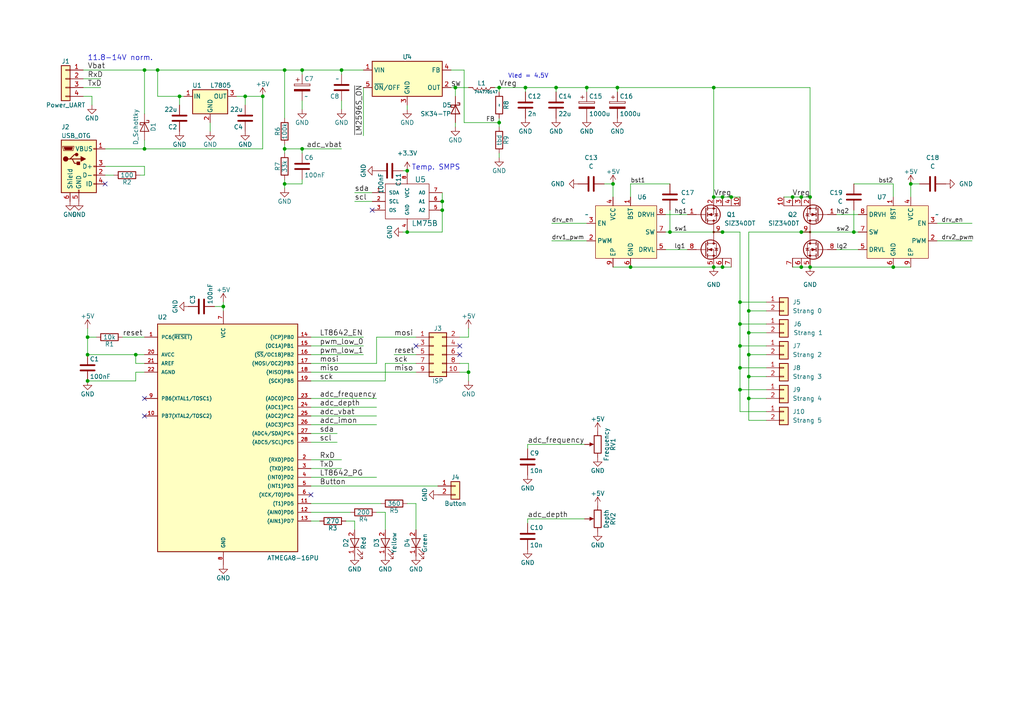
<source format=kicad_sch>
(kicad_sch (version 20230121) (generator eeschema)
  (paper "A4")
  (title_block (title "Waberinator") (date "2018-09-20") (rev "1") (company "Gras7 Labs"))
  (lib_symbols
    (symbol "Connector_Generic:Conn_01x02" (pin_names (offset 1.016) hide)
      (property "Reference" "J" (at 0 2.54 0))
      (property "Value" "Conn_01x02" (at 0 -5.08 0))
      (symbol "Conn_01x02_1_1"
        (pin passive line (at -5.08 0 0) (length 3.81) (name "Pin_1") (number "1"))
        (pin passive line (at -5.08 -2.54 0) (length 3.81) (name "Pin_2") (number "2"))
      )
    )
    (symbol "Device:C" (pin_numbers hide) (pin_names (offset 0.254))
      (property "Reference" "C" (at 0.635 2.54 0))
      (property "Value" "C" (at 0.635 -2.54 0))
      (symbol "C_1_1"
        (pin passive line (at 0 3.81 270) (length 2.794) (name "~") (number "1"))
        (pin passive line (at 0 -3.81 90) (length 2.794) (name "~") (number "2"))
      )
    )
    (symbol "Device:D_Schottky" (pin_numbers hide) (pin_names (offset 1.016) hide)
      (property "Reference" "D" (at 0 2.54 0))
      (property "Value" "D_Schottky" (at 0 -2.54 0))
      (symbol "D_Schottky_1_1"
        (pin passive line (at -3.81 0 0) (length 2.54) (name "K") (number "1"))
        (pin passive line (at 3.81 0 180) (length 2.54) (name "A") (number "2"))
      )
    )
    (symbol "Device:L" (pin_numbers hide) (pin_names (offset 1.016) hide)
      (property "Reference" "L" (at -1.27 0 90))
      (property "Value" "L" (at 1.905 0 90))
      (symbol "L_1_1"
        (pin passive line (at 0 3.81 270) (length 1.27) (name "1") (number "1"))
        (pin passive line (at 0 -3.81 90) (length 1.27) (name "2") (number "2"))
      )
    )
    (symbol "Regulator_Switching:LM2596S-ADJ"
      (property "Reference" "U" (at -10.16 6.35 0))
      (property "Value" "LM2596S-ADJ" (at 0 6.35 0))
      (symbol "LM2596S-ADJ_1_1"
        (pin power_in line (at -12.7 2.54 0) (length 2.54) (name "VIN") (number "1"))
        (pin output line (at 12.7 -2.54 180) (length 2.54) (name "OUT") (number "2"))
        (pin power_in line (at 0 -7.62 90) (length 2.54) (name "GND") (number "3"))
        (pin input line (at 12.7 2.54 180) (length 2.54) (name "FB") (number "4"))
        (pin input line (at -12.7 -2.54 0) (length 2.54) (name "~{ON}/OFF") (number "5"))
      )
    )
    (symbol "Waberinator_rev1-rescue:+5V" (power) (pin_names (offset 0))
      (property "Value" "+5V" (at 0 3.556 0))
      (symbol "+5V_1_1"
        (pin power_in line (at 0 0 90) (length 0) hide (name "+5V") (number "1"))
      )
    )
    (symbol "Waberinator_rev1-rescue:ATMEGA8-16PU" (pin_names (offset 1.016))
      (property "Reference" "U" (at -19.05 33.02 0))
      (property "Value" "ATMEGA8-16PU" (at 12.7 -36.83 0))
      (symbol "ATMEGA8-16PU_1_1"
        (pin bidirectional line (at -22.86 27.94 0) (length 3.81) (name "PC6(~{RESET})") (number "1"))
        (pin bidirectional line (at -22.86 5.08 0) (length 3.81) (name "PB7(XTAL2/TOSC2)") (number "10"))
        (pin bidirectional line (at 25.4 -20.32 180) (length 3.81) (name "(T1)PD5") (number "11"))
        (pin bidirectional line (at 25.4 -22.86 180) (length 3.81) (name "(AIN0)PD6") (number "12"))
        (pin bidirectional line (at 25.4 -25.4 180) (length 3.81) (name "(AIN1)PD7") (number "13"))
        (pin bidirectional line (at 25.4 27.94 180) (length 3.81) (name "(ICP)PB0") (number "14"))
        (pin bidirectional line (at 25.4 25.4 180) (length 3.81) (name "(OC1A)PB1") (number "15"))
        (pin bidirectional line (at 25.4 22.86 180) (length 3.81) (name "(~{SS}/OC1B)PB2") (number "16"))
        (pin bidirectional line (at 25.4 20.32 180) (length 3.81) (name "(MOSI/OC2)PB3") (number "17"))
        (pin bidirectional line (at 25.4 17.78 180) (length 3.81) (name "(MISO)PB4") (number "18"))
        (pin bidirectional line (at 25.4 15.24 180) (length 3.81) (name "(SCK)PB5") (number "19"))
        (pin bidirectional line (at 25.4 -7.62 180) (length 3.81) (name "(RXD)PD0") (number "2"))
        (pin power_in line (at -22.86 22.86 0) (length 3.81) (name "AVCC") (number "20"))
        (pin bidirectional line (at -22.86 20.32 0) (length 3.81) (name "AREF") (number "21"))
        (pin power_in line (at -22.86 17.78 0) (length 3.81) (name "AGND") (number "22"))
        (pin bidirectional line (at 25.4 10.16 180) (length 3.81) (name "(ADC0)PC0") (number "23"))
        (pin bidirectional line (at 25.4 7.62 180) (length 3.81) (name "(ADC1)PC1") (number "24"))
        (pin bidirectional line (at 25.4 5.08 180) (length 3.81) (name "(ADC2)PC2") (number "25"))
        (pin bidirectional line (at 25.4 2.54 180) (length 3.81) (name "(ADC3)PC3") (number "26"))
        (pin bidirectional line (at 25.4 0 180) (length 3.81) (name "(ADC4/SDA)PC4") (number "27"))
        (pin bidirectional line (at 25.4 -2.54 180) (length 3.81) (name "(ADC5/SCL)PC5") (number "28"))
        (pin bidirectional line (at 25.4 -10.16 180) (length 3.81) (name "(TXD)PD1") (number "3"))
        (pin bidirectional line (at 25.4 -12.7 180) (length 3.81) (name "(INT0)PD2") (number "4"))
        (pin bidirectional line (at 25.4 -15.24 180) (length 3.81) (name "(INT1)PD3") (number "5"))
        (pin bidirectional line (at 25.4 -17.78 180) (length 3.81) (name "(XCK/T0)PD4") (number "6"))
        (pin power_in line (at 0 35.56 270) (length 3.81) (name "VCC") (number "7"))
        (pin power_in line (at 0 -38.1 90) (length 3.81) (name "GND") (number "8"))
        (pin bidirectional line (at -22.86 10.16 0) (length 3.81) (name "PB6(XTAL1/TOSC1)") (number "9"))
      )
    )
    (symbol "Waberinator_rev1-rescue:C" (pin_numbers hide) (pin_names (offset 0.254))
      (property "Reference" "C" (at 0.635 2.54 0))
      (property "Value" "C" (at 0.635 -2.54 0))
      (symbol "C_1_1"
        (pin passive line (at 0 3.81 270) (length 2.794) (name "~") (number "1"))
        (pin passive line (at 0 -3.81 90) (length 2.794) (name "~") (number "2"))
      )
    )
    (symbol "Waberinator_rev1-rescue:CP" (pin_numbers hide) (pin_names (offset 0.254))
      (property "Reference" "C" (at 0.635 2.54 0))
      (property "Value" "CP" (at 0.635 -2.54 0))
      (symbol "CP_1_1"
        (pin passive line (at 0 3.81 270) (length 2.794) (name "~") (number "1"))
        (pin passive line (at 0 -3.81 90) (length 2.794) (name "~") (number "2"))
      )
    )
    (symbol "Waberinator_rev1-rescue:Conn_01x02" (pin_names (offset 1.016) hide)
      (property "Reference" "J" (at 0 2.54 0))
      (property "Value" "Conn_01x02" (at 0 -5.08 0))
      (symbol "Conn_01x02_1_1"
        (pin passive line (at -5.08 0 0) (length 3.81) (name "Pin_1") (number "1"))
        (pin passive line (at -5.08 -2.54 0) (length 3.81) (name "Pin_2") (number "2"))
      )
    )
    (symbol "Waberinator_rev1-rescue:Conn_01x04" (pin_names (offset 1.016) hide)
      (property "Reference" "J" (at 0 5.08 0))
      (property "Value" "Conn_01x04" (at 0 -7.62 0))
      (symbol "Conn_01x04_1_1"
        (pin passive line (at -5.08 2.54 0) (length 3.81) (name "Pin_1") (number "1"))
        (pin passive line (at -5.08 0 0) (length 3.81) (name "Pin_2") (number "2"))
        (pin passive line (at -5.08 -2.54 0) (length 3.81) (name "Pin_3") (number "3"))
        (pin passive line (at -5.08 -5.08 0) (length 3.81) (name "Pin_4") (number "4"))
      )
    )
    (symbol "Waberinator_rev1-rescue:Conn_02x05_Odd_Even" (pin_names (offset 1.016) hide)
      (property "Reference" "J" (at 1.27 7.62 0))
      (property "Value" "Conn_02x05_Odd_Even" (at 1.27 -7.62 0))
      (symbol "Conn_02x05_Odd_Even_1_1"
        (pin passive line (at -5.08 5.08 0) (length 3.81) (name "Pin_1") (number "1"))
        (pin passive line (at 7.62 -5.08 180) (length 3.81) (name "Pin_10") (number "10"))
        (pin passive line (at 7.62 5.08 180) (length 3.81) (name "Pin_2") (number "2"))
        (pin passive line (at -5.08 2.54 0) (length 3.81) (name "Pin_3") (number "3"))
        (pin passive line (at 7.62 2.54 180) (length 3.81) (name "Pin_4") (number "4"))
        (pin passive line (at -5.08 0 0) (length 3.81) (name "Pin_5") (number "5"))
        (pin passive line (at 7.62 0 180) (length 3.81) (name "Pin_6") (number "6"))
        (pin passive line (at -5.08 -2.54 0) (length 3.81) (name "Pin_7") (number "7"))
        (pin passive line (at 7.62 -2.54 180) (length 3.81) (name "Pin_8") (number "8"))
        (pin passive line (at -5.08 -5.08 0) (length 3.81) (name "Pin_9") (number "9"))
      )
    )
    (symbol "Waberinator_rev1-rescue:D_Schottky" (pin_numbers hide) (pin_names (offset 1.016) hide)
      (property "Reference" "D" (at 0 2.54 0))
      (property "Value" "D_Schottky" (at 0 -2.54 0))
      (symbol "D_Schottky_1_1"
        (pin passive line (at -3.81 0 0) (length 2.54) (name "K") (number "1"))
        (pin passive line (at 3.81 0 180) (length 2.54) (name "A") (number "2"))
      )
    )
    (symbol "Waberinator_rev1-rescue:GND" (power) (pin_names (offset 0))
      (property "Value" "GND" (at 0 -3.81 0))
      (symbol "GND_1_1"
        (pin power_in line (at 0 0 270) (length 0) hide (name "GND") (number "1"))
      )
    )
    (symbol "Waberinator_rev1-rescue:L7805" (pin_names (offset 0.254))
      (property "Reference" "U" (at -3.81 3.175 0))
      (property "Value" "L7805" (at 0 3.175 0))
      (symbol "L7805_1_1"
        (pin power_in line (at -7.62 0 0) (length 2.54) (name "IN") (number "1"))
        (pin power_in line (at 0 -7.62 90) (length 2.54) (name "GND") (number "2"))
        (pin power_out line (at 7.62 0 180) (length 2.54) (name "OUT") (number "3"))
      )
    )
    (symbol "Waberinator_rev1-rescue:LED" (pin_names (offset 1.016) hide)
      (property "Reference" "D" (at 0 2.54 0))
      (property "Value" "LED" (at 0 -2.54 0))
      (symbol "LED_1_1"
        (pin passive line (at -3.81 0 0) (length 2.54) (name "K") (number "1"))
        (pin passive line (at 3.81 0 180) (length 2.54) (name "A") (number "2"))
      )
    )
    (symbol "Waberinator_rev1-rescue:LM75B" (pin_names (offset 1.016))
      (property "Reference" "U" (at 3.81 6.35 0))
      (property "Value" "LM75B" (at 5.08 -6.35 0))
      (symbol "LM75B_1_1"
        (pin input line (at -10.16 2.54 0) (length 3.81) (name "SDA") (number "1"))
        (pin input line (at -10.16 0 0) (length 3.81) (name "SCL") (number "2"))
        (pin input line (at -10.16 -2.54 0) (length 3.81) (name "OS") (number "3"))
        (pin input line (at 0 -8.89 90) (length 3.81) (name "GND") (number "4"))
        (pin input line (at 10.16 -2.54 180) (length 3.81) (name "A2") (number "5"))
        (pin input line (at 10.16 0 180) (length 3.81) (name "A1") (number "6"))
        (pin input line (at 10.16 2.54 180) (length 3.81) (name "A0") (number "7"))
        (pin input line (at 0 8.89 270) (length 3.81) (name "VCC") (number "8"))
      )
    )
    (symbol "Waberinator_rev1-rescue:POT" (pin_numbers hide) (pin_names (offset 1.016) hide)
      (property "Reference" "RV" (at -4.445 0 90))
      (property "Value" "POT" (at -2.54 0 90))
      (symbol "POT_1_1"
        (pin passive line (at 0 3.81 270) (length 1.27) (name "1") (number "1"))
        (pin passive line (at 3.81 0 180) (length 1.27) (name "2") (number "2"))
        (pin passive line (at 0 -3.81 90) (length 1.27) (name "3") (number "3"))
      )
    )
    (symbol "Waberinator_rev1-rescue:R" (pin_numbers hide) (pin_names (offset 0))
      (property "Reference" "R" (at 2.032 0 90))
      (property "Value" "R" (at 0 0 90))
      (symbol "R_1_1"
        (pin passive line (at 0 3.81 270) (length 1.27) (name "~") (number "1"))
        (pin passive line (at 0 -3.81 90) (length 1.27) (name "~") (number "2"))
      )
    )
    (symbol "Waberinator_rev1-rescue:USB_OTG" (pin_names (offset 1.016))
      (property "Reference" "J" (at -5.08 11.43 0))
      (property "Value" "USB_OTG" (at -5.08 8.89 0))
      (symbol "USB_OTG_1_1"
        (pin power_in line (at 7.62 5.08 180) (length 2.54) (name "VBUS") (number "1"))
        (pin passive line (at 7.62 -2.54 180) (length 2.54) (name "D-") (number "2"))
        (pin passive line (at 7.62 0 180) (length 2.54) (name "D+") (number "3"))
        (pin passive line (at 7.62 -5.08 180) (length 2.54) (name "ID") (number "4"))
        (pin power_in line (at 0 -10.16 90) (length 2.54) (name "GND") (number "5"))
        (pin passive line (at -2.54 -10.16 90) (length 2.54) (name "Shield") (number "6"))
      )
    )
    (symbol "g7_driver:ncp81155"
      (property "Reference" "U" (at -7.62 10.16 0))
      (symbol "ncp81155_1_1"
        (pin power_in line (at 2.54 10.16 270) (length 2.54) (name "BST") (number "1"))
        (pin input line (at -10.16 -2.54 0) (length 2.54) (name "PWM") (number "2"))
        (pin input line (at -10.16 2.54 0) (length 2.54) (name "EN") (number "3"))
        (pin power_in line (at -2.54 10.16 270) (length 2.54) (name "VCC") (number "4"))
        (pin power_out line (at 12.7 -5.08 180) (length 2.54) (name "DRVL") (number "5"))
        (pin power_in line (at 2.54 -10.16 90) (length 2.54) (name "GND") (number "6"))
        (pin input line (at 12.7 0 180) (length 2.54) (name "SW") (number "7"))
        (pin power_out line (at 12.7 5.08 180) (length 2.54) (name "DRVH") (number "8"))
        (pin power_in line (at -2.54 -10.16 90) (length 2.54) (name "EP") (number "9"))
      )
    )
    (symbol "g7_transistor:DMG9926UDM" (pin_names hide)
      (property "Reference" "Q" (at 2.54 3.175 0))
      (property "Value" "SiZ340DT" (at 2.54 5.08 0))
      (symbol "DMG9926UDM_1_1"
        (pin input line (at -7.62 5.08 0) (length 2.54) (name "G1") (number "1"))
        (pin passive line (at 7.62 10.16 270) (length 2.54) (name "D1") (number "10"))
        (pin passive line (at 0 10.16 270) (length 2.54) (name "D1") (number "2"))
        (pin passive line (at 2.54 10.16 270) (length 2.54) (name "D1") (number "3"))
        (pin passive line (at 5.08 10.16 270) (length 2.54) (name "D1") (number "4"))
        (pin passive line (at 0 -10.16 90) (length 2.54) (name "S2") (number "5"))
        (pin passive line (at 2.54 -10.16 90) (length 2.54) (name "S2") (number "6"))
        (pin passive line (at 5.08 -10.16 90) (length 2.54) (name "S2") (number "7"))
        (pin input line (at -7.62 -5.08 0) (length 2.54) (name "G2") (number "8"))
        (pin passive line (at 2.54 0 180) (length 2.54) (name "S1/D2") (number "9"))
      )
    )
    (symbol "power:+3.3V" (power) (pin_names (offset 0))
      (property "Value" "+3.3V" (at 0 3.556 0))
      (symbol "+3.3V_1_1"
        (pin power_in line (at 0 0 90) (length 0) hide (name "+3.3V") (number "1"))
      )
    )
    (symbol "power:GND" (power) (pin_names (offset 0))
      (property "Value" "GND" (at 0 -3.81 0))
      (symbol "GND_1_1"
        (pin power_in line (at 0 0 270) (length 0) hide (name "GND") (number "1"))
      )
    )
  )
  (junction (at 87.63 20.32))
  (junction (at 82.55 53.34))
  (junction (at 259.08 77.47))
  (junction (at 247.65 67.31))
  (junction (at 209.55 57.15))
  (junction (at 152.4 25.4))
  (junction (at 64.77 88.9))
  (junction (at 232.41 67.31))
  (junction (at 45.72 20.32))
  (junction (at 207.01 77.47))
  (junction (at 232.41 57.15))
  (junction (at 76.2 27.94))
  (junction (at 132.08 25.4))
  (junction (at 82.55 43.18))
  (junction (at 234.95 57.15))
  (junction (at 25.4 110.49))
  (junction (at 177.8 53.34))
  (junction (at 41.91 20.32))
  (junction (at 87.63 43.18))
  (junction (at 25.4 102.87))
  (junction (at 232.41 77.47))
  (junction (at 214.63 113.03))
  (junction (at 82.55 20.32))
  (junction (at 99.06 20.32))
  (junction (at 212.09 57.15))
  (junction (at 214.63 100.33))
  (junction (at 161.29 25.4))
  (junction (at 209.55 67.31))
  (junction (at 214.63 87.63))
  (junction (at 207.01 57.15))
  (junction (at 25.4 97.79))
  (junction (at 170.18 25.4))
  (junction (at 264.16 53.34))
  (junction (at 194.31 67.31))
  (junction (at 234.95 77.47))
  (junction (at 182.88 77.47))
  (junction (at 144.78 25.4))
  (junction (at 217.17 102.87))
  (junction (at 128.27 60.96))
  (junction (at 118.11 49.53))
  (junction (at 217.17 96.52))
  (junction (at 214.63 93.98))
  (junction (at 229.87 57.15))
  (junction (at 214.63 106.68))
  (junction (at 41.91 43.18))
  (junction (at 71.12 27.94))
  (junction (at 118.11 67.31))
  (junction (at 52.07 27.94))
  (junction (at 217.17 90.17))
  (junction (at 217.17 115.57))
  (junction (at 209.55 77.47))
  (junction (at 207.01 25.4))
  (junction (at 179.07 25.4))
  (junction (at 217.17 109.22))
  (junction (at 135.89 107.95))
  (junction (at 39.37 102.87))
  (junction (at 128.27 58.42))
  (junction (at 144.78 35.56))
  (no_connect (at 133.35 100.33))
  (no_connect (at 90.17 143.51))
  (no_connect (at 41.91 115.57))
  (no_connect (at 30.48 53.34))
  (no_connect (at 120.65 100.33))
  (no_connect (at 41.91 120.65))
  (no_connect (at 107.95 60.96))
  (no_connect (at 133.35 102.87))
  (wire (pts (xy 232.41 67.31) (xy 247.65 67.31)))
  (wire (pts (xy 209.55 57.15) (xy 212.09 57.15)))
  (wire (pts (xy 45.72 20.32) (xy 82.55 20.32)))
  (wire (pts (xy 71.12 27.94) (xy 68.58 27.94)))
  (wire (pts (xy 135.89 105.41) (xy 135.89 107.95)))
  (wire (pts (xy 144.78 25.4) (xy 144.78 26.67)))
  (wire (pts (xy 193.04 72.39) (xy 199.39 72.39)))
  (wire (pts (xy 177.8 77.47) (xy 182.88 77.47)))
  (wire (pts (xy 214.63 106.68) (xy 214.63 113.03)))
  (wire (pts (xy 153.035 151.765) (xy 153.035 150.495)))
  (wire (pts (xy 76.2 27.94) (xy 76.2 43.18)))
  (wire (pts (xy 209.55 77.47) (xy 212.09 77.47)))
  (wire (pts (xy 52.07 27.94) (xy 45.72 27.94)))
  (wire (pts (xy 41.91 20.32) (xy 45.72 20.32)))
  (wire (pts (xy 33.02 50.8) (xy 30.48 50.8)))
  (wire (pts (xy 99.06 31.75) (xy 99.06 29.21)))
  (wire (pts (xy 87.63 43.18) (xy 99.06 43.18)))
  (wire (pts (xy 132.08 36.83) (xy 132.08 35.56)))
  (wire (pts (xy 39.37 102.87) (xy 41.91 102.87)))
  (wire (pts (xy 234.95 25.4) (xy 207.01 25.4)))
  (wire (pts (xy 64.77 87.63) (xy 64.77 88.9)))
  (wire (pts (xy 217.17 109.22) (xy 217.17 115.57)))
  (wire (pts (xy 25.4 95.25) (xy 25.4 97.79)))
  (wire (pts (xy 87.63 53.34) (xy 87.63 52.07)))
  (wire (pts (xy 229.87 57.15) (xy 227.33 57.15)))
  (wire (pts (xy 120.65 146.05) (xy 120.65 153.67)))
  (wire (pts (xy 214.63 93.98) (xy 214.63 100.33)))
  (wire (pts (xy 24.13 25.4) (xy 29.21 25.4)))
  (wire (pts (xy 25.4 102.87) (xy 39.37 102.87)))
  (wire (pts (xy 90.17 105.41) (xy 109.22 105.41)))
  (wire (pts (xy 182.88 77.47) (xy 207.01 77.47)))
  (wire (pts (xy 194.31 53.34) (xy 182.88 53.34)))
  (wire (pts (xy 144.78 25.4) (xy 152.4 25.4)))
  (wire (pts (xy 100.33 151.13) (xy 102.87 151.13)))
  (wire (pts (xy 109.22 97.79) (xy 120.65 97.79)))
  (wire (pts (xy 161.29 26.67) (xy 161.29 25.4)))
  (wire (pts (xy 82.55 44.45) (xy 82.55 43.18)))
  (wire (pts (xy 247.65 67.31) (xy 248.92 67.31)))
  (wire (pts (xy 82.55 53.34) (xy 87.63 53.34)))
  (wire (pts (xy 144.78 35.56) (xy 144.78 36.83)))
  (wire (pts (xy 217.17 102.87) (xy 217.17 109.22)))
  (wire (pts (xy 99.06 20.32) (xy 105.41 20.32)))
  (wire (pts (xy 135.89 107.95) (xy 133.35 107.95)))
  (wire (pts (xy 247.65 60.96) (xy 247.65 67.31)))
  (wire (pts (xy 217.17 109.22) (xy 222.25 109.22)))
  (wire (pts (xy 90.17 140.97) (xy 127 140.97)))
  (wire (pts (xy 232.41 57.15) (xy 229.87 57.15)))
  (wire (pts (xy 76.2 27.94) (xy 71.12 27.94)))
  (wire (pts (xy 116.84 49.53) (xy 118.11 49.53)))
  (wire (pts (xy 179.07 25.4) (xy 207.01 25.4)))
  (wire (pts (xy 217.17 96.52) (xy 217.17 102.87)))
  (wire (pts (xy 111.76 105.41) (xy 111.76 110.49)))
  (wire (pts (xy 170.18 25.4) (xy 179.07 25.4)))
  (wire (pts (xy 152.4 26.67) (xy 152.4 25.4)))
  (wire (pts (xy 90.17 115.57) (xy 109.22 115.57)))
  (wire (pts (xy 39.37 110.49) (xy 25.4 110.49)))
  (wire (pts (xy 82.55 20.32) (xy 87.63 20.32)))
  (wire (pts (xy 90.17 110.49) (xy 111.76 110.49)))
  (wire (pts (xy 110.49 146.05) (xy 90.17 146.05)))
  (wire (pts (xy 41.91 107.95) (xy 39.37 107.95)))
  (wire (pts (xy 207.01 25.4) (xy 207.01 57.15)))
  (wire (pts (xy 82.55 53.34) (xy 82.55 52.07)))
  (wire (pts (xy 87.63 20.32) (xy 99.06 20.32)))
  (wire (pts (xy 87.63 21.59) (xy 87.63 20.32)))
  (wire (pts (xy 212.09 57.15) (xy 214.63 57.15)))
  (wire (pts (xy 111.76 105.41) (xy 120.65 105.41)))
  (wire (pts (xy 90.17 125.73) (xy 97.79 125.73)))
  (wire (pts (xy 217.17 115.57) (xy 217.17 121.92)))
  (wire (pts (xy 214.63 106.68) (xy 222.25 106.68)))
  (wire (pts (xy 209.55 67.31) (xy 214.63 67.31)))
  (wire (pts (xy 109.22 148.59) (xy 111.76 148.59)))
  (wire (pts (xy 90.17 128.27) (xy 97.79 128.27)))
  (wire (pts (xy 90.17 151.13) (xy 92.71 151.13)))
  (wire (pts (xy 179.07 25.4) (xy 179.07 26.67)))
  (wire (pts (xy 214.63 100.33) (xy 222.25 100.33)))
  (wire (pts (xy 177.8 53.34) (xy 177.8 57.15)))
  (wire (pts (xy 207.01 77.47) (xy 209.55 77.47)))
  (wire (pts (xy 118.11 146.05) (xy 120.65 146.05)))
  (wire (pts (xy 214.63 100.33) (xy 214.63 106.68)))
  (wire (pts (xy 217.17 90.17) (xy 217.17 96.52)))
  (wire (pts (xy 247.65 53.34) (xy 259.08 53.34)))
  (wire (pts (xy 217.17 102.87) (xy 222.25 102.87)))
  (wire (pts (xy 82.55 34.29) (xy 82.55 20.32)))
  (wire (pts (xy 24.13 27.94) (xy 26.67 27.94)))
  (wire (pts (xy 128.27 60.96) (xy 128.27 67.31)))
  (wire (pts (xy 118.11 67.31) (xy 116.84 67.31)))
  (wire (pts (xy 214.63 93.98) (xy 222.25 93.98)))
  (wire (pts (xy 82.55 43.18) (xy 82.55 41.91)))
  (wire (pts (xy 25.4 97.79) (xy 27.94 97.79)))
  (wire (pts (xy 266.7 53.34) (xy 264.16 53.34)))
  (wire (pts (xy 111.76 148.59) (xy 111.76 153.67)))
  (wire (pts (xy 102.87 58.42) (xy 107.95 58.42)))
  (wire (pts (xy 128.27 55.88) (xy 128.27 58.42)))
  (wire (pts (xy 30.48 48.26) (xy 41.91 48.26)))
  (wire (pts (xy 248.92 62.23) (xy 242.57 62.23)))
  (wire (pts (xy 105.41 100.33) (xy 90.17 100.33)))
  (wire (pts (xy 134.62 35.56) (xy 134.62 20.32)))
  (wire (pts (xy 217.17 67.31) (xy 232.41 67.31)))
  (wire (pts (xy 259.08 77.47) (xy 234.95 77.47)))
  (wire (pts (xy 259.08 53.34) (xy 259.08 57.15)))
  (wire (pts (xy 45.72 27.94) (xy 45.72 20.32)))
  (wire (pts (xy 26.67 27.94) (xy 26.67 30.48)))
  (wire (pts (xy 64.77 88.9) (xy 62.23 88.9)))
  (wire (pts (xy 109.22 97.79) (xy 109.22 105.41)))
  (wire (pts (xy 82.55 43.18) (xy 87.63 43.18)))
  (wire (pts (xy 217.17 67.31) (xy 217.17 90.17)))
  (wire (pts (xy 135.89 97.79) (xy 135.89 95.25)))
  (wire (pts (xy 64.77 88.9) (xy 64.77 90.17)))
  (wire (pts (xy 132.08 27.94) (xy 132.08 25.4)))
  (wire (pts (xy 135.89 107.95) (xy 135.89 110.49)))
  (wire (pts (xy 182.88 53.34) (xy 182.88 57.15)))
  (wire (pts (xy 271.78 69.85) (xy 281.94 69.85)))
  (wire (pts (xy 90.17 138.43) (xy 109.22 138.43)))
  (wire (pts (xy 30.48 43.18) (xy 41.91 43.18)))
  (wire (pts (xy 143.51 25.4) (xy 144.78 25.4)))
  (wire (pts (xy 99.06 135.89) (xy 90.17 135.89)))
  (wire (pts (xy 234.95 77.47) (xy 232.41 77.47)))
  (wire (pts (xy 194.31 60.96) (xy 194.31 67.31)))
  (wire (pts (xy 102.87 151.13) (xy 102.87 153.67)))
  (wire (pts (xy 153.035 130.175) (xy 153.035 128.905)))
  (wire (pts (xy 41.91 20.32) (xy 41.91 33.02)))
  (wire (pts (xy 90.17 133.35) (xy 99.06 133.35)))
  (wire (pts (xy 217.17 121.92) (xy 222.25 121.92)))
  (wire (pts (xy 82.55 54.61) (xy 82.55 53.34)))
  (wire (pts (xy 153.035 128.905) (xy 169.545 128.905)))
  (wire (pts (xy 114.3 102.87) (xy 120.65 102.87)))
  (wire (pts (xy 264.16 53.34) (xy 264.16 57.15)))
  (wire (pts (xy 24.13 20.32) (xy 41.91 20.32)))
  (wire (pts (xy 234.95 57.15) (xy 232.41 57.15)))
  (wire (pts (xy 41.91 40.64) (xy 41.91 43.18)))
  (wire (pts (xy 160.02 64.77) (xy 170.18 64.77)))
  (wire (pts (xy 107.95 55.88) (xy 102.87 55.88)))
  (wire (pts (xy 133.35 105.41) (xy 135.89 105.41)))
  (wire (pts (xy 207.01 57.15) (xy 209.55 57.15)))
  (wire (pts (xy 152.4 25.4) (xy 161.29 25.4)))
  (wire (pts (xy 234.95 25.4) (xy 234.95 57.15)))
  (wire (pts (xy 134.62 20.32) (xy 130.81 20.32)))
  (wire (pts (xy 214.63 87.63) (xy 222.25 87.63)))
  (wire (pts (xy 60.96 38.1) (xy 60.96 35.56)))
  (wire (pts (xy 217.17 90.17) (xy 222.25 90.17)))
  (wire (pts (xy 144.78 35.56) (xy 134.62 35.56)))
  (wire (pts (xy 193.04 67.31) (xy 194.31 67.31)))
  (wire (pts (xy 144.78 44.45) (xy 144.78 45.72)))
  (wire (pts (xy 105.41 25.4) (xy 105.41 39.37)))
  (wire (pts (xy 128.27 58.42) (xy 128.27 60.96)))
  (wire (pts (xy 175.26 53.34) (xy 177.8 53.34)))
  (wire (pts (xy 217.17 96.52) (xy 222.25 96.52)))
  (wire (pts (xy 53.34 27.94) (xy 52.07 27.94)))
  (wire (pts (xy 144.78 34.29) (xy 144.78 35.56)))
  (wire (pts (xy 130.81 25.4) (xy 132.08 25.4)))
  (wire (pts (xy 264.16 77.47) (xy 259.08 77.47)))
  (wire (pts (xy 39.37 105.41) (xy 39.37 102.87)))
  (wire (pts (xy 25.4 97.79) (xy 25.4 102.87)))
  (wire (pts (xy 160.02 69.85) (xy 170.18 69.85)))
  (wire (pts (xy 87.63 44.45) (xy 87.63 43.18)))
  (wire (pts (xy 41.91 105.41) (xy 39.37 105.41)))
  (wire (pts (xy 153.035 150.495) (xy 169.545 150.495)))
  (wire (pts (xy 41.91 50.8) (xy 40.64 50.8)))
  (wire (pts (xy 39.37 107.95) (xy 39.37 110.49)))
  (wire (pts (xy 90.17 107.95) (xy 120.65 107.95)))
  (wire (pts (xy 232.41 77.47) (xy 229.87 77.47)))
  (wire (pts (xy 214.63 67.31) (xy 214.63 87.63)))
  (wire (pts (xy 52.07 30.48) (xy 52.07 27.94)))
  (wire (pts (xy 118.11 31.75) (xy 118.11 30.48)))
  (wire (pts (xy 41.91 97.79) (xy 35.56 97.79)))
  (wire (pts (xy 90.17 148.59) (xy 101.6 148.59)))
  (wire (pts (xy 214.63 87.63) (xy 214.63 93.98)))
  (wire (pts (xy 271.78 64.77) (xy 281.94 64.77)))
  (wire (pts (xy 133.35 97.79) (xy 135.89 97.79)))
  (wire (pts (xy 214.63 119.38) (xy 222.25 119.38)))
  (wire (pts (xy 71.12 27.94) (xy 71.12 30.48)))
  (wire (pts (xy 161.29 25.4) (xy 170.18 25.4)))
  (wire (pts (xy 109.22 118.11) (xy 90.17 118.11)))
  (wire (pts (xy 99.06 21.59) (xy 99.06 20.32)))
  (wire (pts (xy 248.92 72.39) (xy 242.57 72.39)))
  (wire (pts (xy 132.08 25.4) (xy 135.89 25.4)))
  (wire (pts (xy 24.13 22.86) (xy 29.21 22.86)))
  (wire (pts (xy 194.31 67.31) (xy 209.55 67.31)))
  (wire (pts (xy 109.22 120.65) (xy 90.17 120.65)))
  (wire (pts (xy 90.17 102.87) (xy 105.41 102.87)))
  (wire (pts (xy 214.63 113.03) (xy 222.25 113.03)))
  (wire (pts (xy 170.18 25.4) (xy 170.18 26.67)))
  (wire (pts (xy 90.17 97.79) (xy 105.41 97.79)))
  (wire (pts (xy 214.63 113.03) (xy 214.63 119.38)))
  (wire (pts (xy 217.17 115.57) (xy 222.25 115.57)))
  (wire (pts (xy 128.27 67.31) (xy 118.11 67.31)))
  (wire (pts (xy 193.04 62.23) (xy 199.39 62.23)))
  (wire (pts (xy 109.22 123.19) (xy 90.17 123.19)))
  (wire (pts (xy 41.91 48.26) (xy 41.91 50.8)))
  (wire (pts (xy 41.91 43.18) (xy 76.2 43.18)))
  (wire (pts (xy 87.63 31.75) (xy 87.63 29.21)))
  (text "Vled = 4.5V" (at 147.32 22.86 0) (effects (font (size 1.27 1.27)) (justify left bottom)))
  (text "Temp. SMPS" (at 119.38 49.53 0) (effects (font (size 1.524 1.524)) (justify left bottom)))
  (text "11.8-14V norm." (at 25.4 17.78 0) (effects (font (size 1.524 1.524)) (justify left bottom)))
  (label "adc_vbat" (at 88.9 43.18 0) (effects (font (size 1.524 1.524))))
  (label "sw2" (at 242.57 67.31 0))
  (label "sda" (at 102.87 55.88 0) (effects (font (size 1.524 1.524))))
  (label "drv1_pwm" (at 160.02 69.85 0))
  (label "drv_en" (at 273.05 64.77 0))
  (label "reset" (at 114.3 102.87 0) (effects (font (size 1.524 1.524))))
  (label "Vreg" (at 207.01 57.15 0) (effects (font (size 1.524 1.524))))
  (label "Vreg" (at 234.95 57.15 180) (effects (font (size 1.524 1.524))))
  (label "hg1" (at 195.58 62.23 0))
  (label "adc_frequency" (at 153.035 128.905 0) (effects (font (size 1.524 1.524))))
  (label "~{LM2596S_ON}" (at 105.41 39.37 90) (effects (font (size 1.524 1.524))))
  (label "bst1" (at 182.88 53.34 0))
  (label "pwm_low_0" (at 92.71 100.33 0) (effects (font (size 1.524 1.524))))
  (label "adc_depth" (at 92.71 118.11 0) (effects (font (size 1.524 1.524))))
  (label "mosi" (at 114.3 97.79 0) (effects (font (size 1.524 1.524))))
  (label "pwm_low_1" (at 92.71 102.87 0) (effects (font (size 1.524 1.524))))
  (label "drv2_pwm" (at 273.05 69.85 0))
  (label "adc_vbat" (at 92.71 120.65 0) (effects (font (size 1.524 1.524))))
  (label "bst2" (at 259.08 53.34 180))
  (label "Button" (at 92.71 140.97 0) (effects (font (size 1.524 1.524))))
  (label "lg1" (at 195.58 72.39 0))
  (label "mosi" (at 92.71 105.41 0) (effects (font (size 1.524 1.524))))
  (label "sda" (at 92.71 125.73 0) (effects (font (size 1.524 1.524))))
  (label "TxD" (at 25.4 25.4 0) (effects (font (size 1.524 1.524))))
  (label "Vreg" (at 144.78 25.4 0) (effects (font (size 1.524 1.524))))
  (label "TxD" (at 92.71 135.89 0) (effects (font (size 1.524 1.524))))
  (label "sck" (at 92.71 110.49 0) (effects (font (size 1.524 1.524))))
  (label "sw1" (at 195.58 67.31 0))
  (label "Vbat" (at 25.4 20.32 0) (effects (font (size 1.524 1.524))))
  (label "RxD" (at 92.71 133.35 0) (effects (font (size 1.524 1.524))))
  (label "sck" (at 114.3 105.41 0) (effects (font (size 1.524 1.524))))
  (label "miso" (at 114.3 107.95 0) (effects (font (size 1.524 1.524))))
  (label "scl" (at 92.71 128.27 0) (effects (font (size 1.524 1.524))))
  (label "lg2" (at 242.57 72.39 0))
  (label "scl" (at 102.87 58.42 0) (effects (font (size 1.524 1.524))))
  (label "miso" (at 92.71 107.95 0) (effects (font (size 1.524 1.524))))
  (label "SW" (at 130.81 25.4 0))
  (label "reset" (at 35.56 97.79 0) (effects (font (size 1.524 1.524))))
  (label "drv_en" (at 160.02 64.77 0))
  (label "FB" (at 140.97 35.56 0))
  (label "hg2" (at 242.57 62.23 0))
  (label "adc_depth" (at 153.035 150.495 0) (effects (font (size 1.524 1.524))))
  (label "LT8642_EN" (at 92.71 97.79 0) (effects (font (size 1.524 1.524))))
  (label "adc_frequency" (at 92.71 115.57 0) (effects (font (size 1.524 1.524))))
  (label "RxD" (at 25.4 22.86 0) (effects (font (size 1.524 1.524))))
  (label "adc_imon" (at 92.71 123.19 0) (effects (font (size 1.524 1.524))))
  (label "LT8642_PG" (at 92.71 138.43 0) (effects (font (size 1.524 1.524))))
  (symbol (lib_id "Waberinator_rev1-rescue:ATMEGA8-16PU") (at 64.77 125.73 0) (unit 1)
    (property "Reference" "U2" (at 45.72 92.71 0) (effects (justify left bottom)))
    (property "Value" "ATMEGA8-16PU" (at 77.47 162.56 0) (effects (justify left bottom)))
    (property "Footprint" "Package_DIP:DIP-28_W7.62mm_Socket_LongPads" (effects hide))
  )
  (symbol (lib_id "Waberinator_rev1-rescue:L7805") (at 60.96 27.94 0) (unit 1)
    (property "Reference" "U1" (at 57.15 24.765 0))
    (property "Value" "L7805" (at 60.96 24.765 0) (effects (justify left)))
    (property "Footprint" "Package_TO_SOT_THT:TO-220F-3_Horizontal_TabDown" (effects hide))
  )
  (symbol (lib_id "Waberinator_rev1-rescue:Conn_01x04") (at 19.05 22.86 0) (mirror y) (unit 1)
    (property "Reference" "J1" (at 19.05 17.78 0))
    (property "Value" "Power_UART" (at 19.05 30.48 0))
    (property "Footprint" "Connector_JST:JST_XH_B04B-XH-A_1x04_P2.50mm_Vertical" (effects hide))
  )
  (symbol (lib_id "Waberinator_rev1-rescue:GND") (at 26.67 30.48 0) (unit 1)
    (property "Reference" "#PWR05" (effects hide))
    (property "Value" "GND" (at 26.67 34.29 0))
  )
  (symbol (lib_id "Waberinator_rev1-rescue:GND") (at 60.96 38.1 0) (unit 1)
    (property "Reference" "#PWR08" (effects hide))
    (property "Value" "GND" (at 60.96 41.91 0))
  )
  (symbol (lib_id "Waberinator_rev1-rescue:+5V") (at 76.2 27.94 0) (unit 1)
    (property "Reference" "#PWR012" (effects hide))
    (property "Value" "+5V" (at 76.2 24.384 0))
  )
  (symbol (lib_id "Waberinator_rev1-rescue:+5V") (at 64.77 87.63 0) (unit 1)
    (property "Reference" "#PWR09" (effects hide))
    (property "Value" "+5V" (at 64.77 84.074 0))
  )
  (symbol (lib_id "Waberinator_rev1-rescue:Conn_02x05_Odd_Even") (at 125.73 102.87 0) (unit 1)
    (property "Reference" "J3" (at 127 95.25 0))
    (property "Value" "ISP" (at 127 110.49 0))
    (property "Footprint" "Connector_Molex:Molex_Mega-Fit_76829-0110_2x05_P5.70mm_Vertical" (effects hide))
  )
  (symbol (lib_id "Waberinator_rev1-rescue:+5V") (at 135.89 95.25 0) (unit 1)
    (property "Reference" "#PWR021" (effects hide))
    (property "Value" "+5V" (at 135.89 91.694 0))
  )
  (symbol (lib_id "Waberinator_rev1-rescue:GND") (at 135.89 110.49 0) (unit 1)
    (property "Reference" "#PWR022" (effects hide))
    (property "Value" "GND" (at 135.89 114.3 0))
  )
  (symbol (lib_id "Waberinator_rev1-rescue:R") (at 31.75 97.79 270) (unit 1)
    (property "Reference" "R1" (at 31.75 99.822 90))
    (property "Value" "10k" (at 31.75 97.79 90))
  )
  (symbol (lib_id "Waberinator_rev1-rescue:+5V") (at 25.4 95.25 0) (unit 1)
    (property "Reference" "#PWR03" (effects hide))
    (property "Value" "+5V" (at 25.4 91.694 0))
  )
  (symbol (lib_id "Waberinator_rev1-rescue:C") (at 25.4 106.68 0) (unit 1)
    (property "Reference" "C1" (at 26.035 104.14 0) (effects (justify left)))
    (property "Value" "100nF" (at 26.035 109.22 0) (effects (justify left)))
  )
  (symbol (lib_id "Waberinator_rev1-rescue:GND") (at 25.4 110.49 0) (unit 1)
    (property "Reference" "#PWR04" (effects hide))
    (property "Value" "GND" (at 25.4 114.3 0))
  )
  (symbol (lib_id "Waberinator_rev1-rescue:C") (at 58.42 88.9 90) (unit 1)
    (property "Reference" "C3" (at 55.88 88.265 0) (effects (justify left)))
    (property "Value" "100nF" (at 60.96 88.265 0) (effects (justify left)))
  )
  (symbol (lib_id "Waberinator_rev1-rescue:GND") (at 54.61 88.9 270) (unit 1)
    (property "Reference" "#PWR07" (effects hide))
    (property "Value" "GND" (at 50.8 88.9 0))
  )
  (symbol (lib_id "Waberinator_rev1-rescue:LED") (at 102.87 157.48 90) (unit 1)
    (property "Reference" "D2" (at 100.33 157.48 0))
    (property "Value" "Red" (at 105.41 157.48 0))
  )
  (symbol (lib_id "Waberinator_rev1-rescue:LED") (at 111.76 157.48 90) (unit 1)
    (property "Reference" "D3" (at 109.22 157.48 0))
    (property "Value" "Yellow" (at 114.3 157.48 0))
  )
  (symbol (lib_id "Waberinator_rev1-rescue:LED") (at 120.65 157.48 90) (unit 1)
    (property "Reference" "D4" (at 118.11 157.48 0))
    (property "Value" "Green" (at 123.19 157.48 0))
  )
  (symbol (lib_id "Waberinator_rev1-rescue:R") (at 96.52 151.13 270) (unit 1)
    (property "Reference" "R3" (at 96.52 153.162 90))
    (property "Value" "270" (at 96.52 151.13 90))
  )
  (symbol (lib_id "Waberinator_rev1-rescue:R") (at 105.41 148.59 270) (unit 1)
    (property "Reference" "R4" (at 105.41 150.622 90))
    (property "Value" "200" (at 105.41 148.59 90))
  )
  (symbol (lib_id "Waberinator_rev1-rescue:R") (at 114.3 146.05 270) (unit 1)
    (property "Reference" "R5" (at 114.3 148.082 90))
    (property "Value" "360" (at 114.3 146.05 90))
  )
  (symbol (lib_id "Waberinator_rev1-rescue:GND") (at 64.77 163.83 0) (unit 1)
    (property "Reference" "#PWR010" (effects hide))
    (property "Value" "GND" (at 64.77 167.64 0))
  )
  (symbol (lib_id "Waberinator_rev1-rescue:GND") (at 102.87 161.29 0) (unit 1)
    (property "Reference" "#PWR016" (effects hide))
    (property "Value" "GND" (at 102.87 165.1 0))
  )
  (symbol (lib_id "Waberinator_rev1-rescue:GND") (at 111.76 161.29 0) (unit 1)
    (property "Reference" "#PWR017" (effects hide))
    (property "Value" "GND" (at 111.76 165.1 0))
  )
  (symbol (lib_id "Waberinator_rev1-rescue:GND") (at 120.65 161.29 0) (unit 1)
    (property "Reference" "#PWR019" (effects hide))
    (property "Value" "GND" (at 120.65 165.1 0))
  )
  (symbol (lib_id "Waberinator_rev1-rescue:Conn_01x02") (at 132.08 140.97 0) (unit 1)
    (property "Reference" "J4" (at 132.08 138.43 0))
    (property "Value" "Button" (at 132.08 146.05 0))
    (property "Footprint" "Connector_JST:JST_XH_B02B-XH-A_1x02_P2.50mm_Vertical" (effects hide))
  )
  (symbol (lib_id "Waberinator_rev1-rescue:GND") (at 127 143.51 270) (unit 1)
    (property "Reference" "#PWR020" (effects hide))
    (property "Value" "GND" (at 123.19 143.51 0))
  )
  (symbol (lib_id "Waberinator_rev1-rescue:POT") (at 173.355 128.905 0) (mirror y) (unit 1)
    (property "Reference" "RV1" (at 177.8 128.905 90))
    (property "Value" "Frequency" (at 175.895 128.905 90))
    (property "Footprint" "Potentiometer_THT:Potentiometer_Alps_RK097_Single_Horizontal" (effects hide))
  )
  (symbol (lib_id "Waberinator_rev1-rescue:POT") (at 173.355 150.495 0) (mirror y) (unit 1)
    (property "Reference" "RV2" (at 177.8 150.495 90))
    (property "Value" "Depth" (at 175.895 150.495 90))
    (property "Footprint" "Potentiometer_THT:Potentiometer_Alps_RK097_Single_Horizontal" (effects hide))
  )
  (symbol (lib_id "Waberinator_rev1-rescue:GND") (at 173.355 132.715 0) (unit 1)
    (property "Reference" "#PWR032" (effects hide))
    (property "Value" "GND" (at 173.355 136.525 0))
  )
  (symbol (lib_id "Waberinator_rev1-rescue:GND") (at 173.355 154.305 0) (unit 1)
    (property "Reference" "#PWR034" (effects hide))
    (property "Value" "GND" (at 173.355 158.115 0))
  )
  (symbol (lib_id "Waberinator_rev1-rescue:+5V") (at 173.355 125.095 0) (unit 1)
    (property "Reference" "#PWR031" (effects hide))
    (property "Value" "+5V" (at 173.355 121.539 0))
  )
  (symbol (lib_id "Waberinator_rev1-rescue:+5V") (at 173.355 146.685 0) (unit 1)
    (property "Reference" "#PWR033" (effects hide))
    (property "Value" "+5V" (at 173.355 143.129 0))
  )
  (symbol (lib_id "Waberinator_rev1-rescue:C") (at 153.035 155.575 0) (unit 1)
    (property "Reference" "C10" (at 153.67 153.035 0) (effects (justify left)))
    (property "Value" "10n" (at 153.67 158.115 0) (effects (justify left)))
  )
  (symbol (lib_id "Waberinator_rev1-rescue:C") (at 153.035 133.985 0) (unit 1)
    (property "Reference" "C9" (at 153.67 131.445 0) (effects (justify left)))
    (property "Value" "10n" (at 153.67 136.525 0) (effects (justify left)))
  )
  (symbol (lib_id "Waberinator_rev1-rescue:GND") (at 153.035 159.385 0) (unit 1)
    (property "Reference" "#PWR026" (effects hide))
    (property "Value" "GND" (at 153.035 163.195 0))
  )
  (symbol (lib_id "Waberinator_rev1-rescue:GND") (at 153.035 137.795 0) (unit 1)
    (property "Reference" "#PWR025" (effects hide))
    (property "Value" "GND" (at 153.035 141.605 0))
  )
  (symbol (lib_id "Waberinator_rev1-rescue:USB_OTG") (at 22.86 48.26 0) (unit 1)
    (property "Reference" "J2" (at 17.78 36.83 0) (effects (justify left)))
    (property "Value" "USB_OTG" (at 17.78 39.37 0) (effects (justify left)))
    (property "Footprint" "Connector_USB:USB_Micro-B_Molex-105017-0001" (effects hide))
  )
  (symbol (lib_id "Waberinator_rev1-rescue:R") (at 36.83 50.8 270) (unit 1)
    (property "Reference" "R2" (at 36.83 52.832 90))
    (property "Value" "100" (at 36.83 50.8 90))
    (property "Footprint" "Resistor_SMD:R_0603_1608Metric_Pad1.05x0.95mm_HandSolder" (effects hide))
  )
  (symbol (lib_id "Waberinator_rev1-rescue:GND") (at 22.86 58.42 0) (unit 1)
    (property "Reference" "#PWR02" (effects hide))
    (property "Value" "GND" (at 22.86 62.23 0))
  )
  (symbol (lib_id "Waberinator_rev1-rescue:GND") (at 20.32 58.42 0) (unit 1)
    (property "Reference" "#PWR01" (effects hide))
    (property "Value" "GND" (at 20.32 62.23 0))
  )
  (symbol (lib_id "Waberinator_rev1-rescue:D_Schottky") (at 41.91 36.83 270) (unit 1)
    (property "Reference" "D1" (at 44.45 36.83 0))
    (property "Value" "D_Schottky" (at 39.37 36.83 0))
    (property "Footprint" "Diode_THT:D_5W_P5.08mm_Vertical_AnodeUp" (effects hide))
  )
  (symbol (lib_id "Waberinator_rev1-rescue:C") (at 71.12 34.29 180) (unit 1)
    (property "Reference" "C4" (at 70.485 36.83 0) (effects (justify left)))
    (property "Value" "22u" (at 70.485 31.75 0) (effects (justify left)))
    (property "Footprint" "Capacitor_SMD:C_1206_3216Metric_Pad1.42x1.75mm_HandSolder" (effects hide))
  )
  (symbol (lib_id "Waberinator_rev1-rescue:C") (at 52.07 34.29 180) (unit 1)
    (property "Reference" "C2" (at 51.435 36.83 0) (effects (justify left)))
    (property "Value" "22u" (at 51.435 31.75 0) (effects (justify left)))
    (property "Footprint" "Capacitor_SMD:C_1206_3216Metric_Pad1.42x1.75mm_HandSolder" (effects hide))
  )
  (symbol (lib_id "Waberinator_rev1-rescue:GND") (at 52.07 38.1 0) (unit 1)
    (property "Reference" "#PWR06" (effects hide))
    (property "Value" "GND" (at 52.07 41.91 0))
  )
  (symbol (lib_id "Waberinator_rev1-rescue:GND") (at 71.12 38.1 0) (unit 1)
    (property "Reference" "#PWR011" (effects hide))
    (property "Value" "GND" (at 71.12 41.91 0))
  )
  (symbol (lib_id "Waberinator_rev1-rescue:GND") (at 170.18 34.29 0) (unit 1)
    (property "Reference" "#PWR041" (effects hide))
    (property "Value" "GND" (at 170.18 38.1 0))
  )
  (symbol (lib_id "Waberinator_rev1-rescue:C") (at 152.4 30.48 0) (unit 1)
    (property "Reference" "C12" (at 153.035 27.94 0) (effects (justify left)))
    (property "Value" "2n" (at 153.035 33.02 0) (effects (justify left)))
  )
  (symbol (lib_id "Connector_Generic:Conn_01x02") (at 227.33 106.68 0) (unit 1)
    (property "Reference" "J8" (at 229.87 106.6799 0) (effects (justify left)))
    (property "Value" "Strang 3" (at 229.87 109.2199 0) (effects (justify left)))
  )
  (symbol (lib_id "Waberinator_rev1-rescue:+5V") (at 264.16 53.34 0) (mirror y) (unit 1)
    (property "Reference" "#PWR045" (effects hide))
    (property "Value" "+5V" (at 264.16 49.784 0))
  )
  (symbol (lib_id "Connector_Generic:Conn_01x02") (at 227.33 87.63 0) (unit 1)
    (property "Reference" "J5" (at 229.87 87.6299 0) (effects (justify left)))
    (property "Value" "Strang 0" (at 229.87 90.1699 0) (effects (justify left)))
    (property "MPN" "OQ0232510000G" (effects hide))
    (property "Digikey" "609-3819-ND" (effects hide))
  )
  (symbol (lib_id "Waberinator_rev1-rescue:R") (at 144.78 40.64 0) (unit 1)
    (property "Reference" "R9" (at 146.812 40.64 90))
    (property "Value" "tbd" (at 144.78 40.64 90))
  )
  (symbol (lib_id "Waberinator_rev1-rescue:GND") (at 179.07 34.29 0) (unit 1)
    (property "Reference" "#PWR042" (effects hide))
    (property "Value" "GND" (at 179.07 38.1 0))
  )
  (symbol (lib_id "g7_transistor:DMG9926UDM") (at 207.01 67.31 0) (unit 1)
    (property "Reference" "Q1" (at 212.09 62.23 0))
    (property "Value" "SiZ340DT" (at 214.63 64.77 0))
    (property "Footprint" "g7_transistor:PowerPAIR3x3" (effects hide))
    (property "Datasheet" "https://www.vishay.com/docs/62877/siz340dt.pdf" (effects hide))
  )
  (symbol (lib_id "Waberinator_rev1-rescue:GND") (at 116.84 67.31 270) (unit 1)
    (property "Reference" "#PWR029" (effects hide))
    (property "Value" "GND" (at 113.03 67.31 0))
  )
  (symbol (lib_id "Device:L") (at 139.7 25.4 270) (unit 1)
    (property "Reference" "L1" (at 139.7 24.13 90))
    (property "Value" "744770147" (at 140.97 26.67 90) (effects (font (size 0.7874 0.7874))))
    (property "Datasheet" "https://katalog.we-online.de/pbs/datasheet/744770147.pdf" (effects hide))
  )
  (symbol (lib_id "Waberinator_rev1-rescue:GND") (at 152.4 34.29 0) (unit 1)
    (property "Reference" "#PWR037" (effects hide))
    (property "Value" "GND" (at 152.4 38.1 0))
  )
  (symbol (lib_id "Connector_Generic:Conn_01x02") (at 227.33 93.98 0) (unit 1)
    (property "Reference" "J6" (at 230.124 93.9799 0) (effects (justify left)))
    (property "Value" "Strang 1" (at 230.124 96.5199 0) (effects (justify left)))
  )
  (symbol (lib_id "Connector_Generic:Conn_01x02") (at 227.33 100.33 0) (unit 1)
    (property "Reference" "J7" (at 229.87 100.3299 0) (effects (justify left)))
    (property "Value" "Strang 2" (at 229.87 102.8699 0) (effects (justify left)))
  )
  (symbol (lib_id "Waberinator_rev1-rescue:GND") (at 99.06 31.75 0) (unit 1)
    (property "Reference" "#PWR024" (effects hide))
    (property "Value" "~" (at 99.06 35.56 0))
  )
  (symbol (lib_id "Waberinator_rev1-rescue:R") (at 144.78 30.48 0) (unit 1)
    (property "Reference" "R8" (at 146.812 30.48 90))
    (property "Value" "~" (at 144.78 30.48 90))
  )
  (symbol (lib_id "Waberinator_rev1-rescue:CP") (at 179.07 30.48 0) (unit 1)
    (property "Reference" "C16" (at 179.705 27.94 0) (effects (justify left)))
    (property "Value" "1000u" (at 179.705 33.02 0) (effects (justify left)))
  )
  (symbol (lib_id "Waberinator_rev1-rescue:GND") (at 118.11 31.75 0) (unit 1)
    (property "Reference" "#PWR028" (effects hide))
    (property "Value" "~" (at 118.11 35.56 0))
  )
  (symbol (lib_id "Waberinator_rev1-rescue:GND") (at 82.55 54.61 0) (unit 1)
    (property "Reference" "#PWR018" (effects hide))
    (property "Value" "GND" (at 82.55 58.42 0))
  )
  (symbol (lib_id "power:+3.3V") (at 118.11 49.53 0) (unit 1)
    (property "Reference" "#PWR030" (effects hide))
    (property "Value" "+3.3V" (at 118.11 44.45 0))
  )
  (symbol (lib_id "Device:C") (at 171.45 53.34 90) (unit 1)
    (property "Reference" "C13" (at 171.45 45.72 90))
    (property "Value" "C" (at 171.45 48.26 90))
  )
  (symbol (lib_id "Waberinator_rev1-rescue:R") (at 82.55 48.26 180) (unit 1)
    (property "Reference" "R7" (at 80.518 48.26 90))
    (property "Value" "33k" (at 82.55 48.26 90))
  )
  (symbol (lib_id "Waberinator_rev1-rescue:GND") (at 87.63 31.75 0) (unit 1)
    (property "Reference" "#PWR023" (effects hide))
    (property "Value" "~" (at 87.63 35.56 0))
  )
  (symbol (lib_id "Waberinator_rev1-rescue:R") (at 82.55 38.1 180) (unit 1)
    (property "Reference" "R6" (at 80.518 38.1 90))
    (property "Value" "100k" (at 82.55 38.1 90))
  )
  (symbol (lib_id "Waberinator_rev1-rescue:GND") (at 161.29 34.29 0) (unit 1)
    (property "Reference" "#PWR039" (effects hide))
    (property "Value" "GND" (at 161.29 38.1 0))
  )
  (symbol (lib_id "Device:C") (at 270.51 53.34 270) (mirror x) (unit 1)
    (property "Reference" "C18" (at 270.51 45.72 90))
    (property "Value" "C" (at 270.51 48.26 90))
  )
  (symbol (lib_id "Device:C") (at 247.65 57.15 0) (mirror y) (unit 1)
    (property "Reference" "C19" (at 244.475 55.88 0) (effects (justify left)))
    (property "Value" "C" (at 244.475 58.42 0) (effects (justify left)))
    (property "Footprint" "Capacitor_SMD:C_0603_1608Metric_Pad1.08x0.95mm_HandSolder" (effects hide))
  )
  (symbol (lib_id "Waberinator_rev1-rescue:+5V") (at 177.8 53.34 0) (unit 1)
    (property "Reference" "#PWR040" (effects hide))
    (property "Value" "+5V" (at 177.8 49.784 0))
  )
  (symbol (lib_id "Waberinator_rev1-rescue:GND") (at 132.08 36.83 0) (unit 1)
    (property "Reference" "#PWR035" (effects hide))
    (property "Value" "~" (at 132.08 40.64 0))
  )
  (symbol (lib_id "Waberinator_rev1-rescue:C") (at 113.03 49.53 270) (unit 1)
    (property "Reference" "C11" (at 115.57 50.165 0) (effects (justify left)))
    (property "Value" "100nF" (at 110.49 50.165 0) (effects (justify left)))
  )
  (symbol (lib_id "Waberinator_rev1-rescue:CP") (at 170.18 30.48 0) (unit 1)
    (property "Reference" "C15" (at 170.815 27.94 0) (effects (justify left)))
    (property "Value" "1000u" (at 170.815 33.02 0) (effects (justify left)))
  )
  (symbol (lib_id "power:GND") (at 207.01 77.47 0) (unit 1)
    (property "Reference" "#PWR043" (effects hide))
    (property "Value" "GND" (at 207.01 82.55 0))
  )
  (symbol (lib_id "Waberinator_rev1-rescue:GND") (at 109.22 49.53 270) (unit 1)
    (property "Reference" "#PWR027" (effects hide))
    (property "Value" "GND" (at 105.41 49.53 0))
  )
  (symbol (lib_id "Waberinator_rev1-rescue:GND") (at 144.78 45.72 0) (unit 1)
    (property "Reference" "#PWR036" (effects hide))
    (property "Value" "GND" (at 144.78 49.53 0))
  )
  (symbol (lib_id "Connector_Generic:Conn_01x02") (at 227.33 119.38 0) (unit 1)
    (property "Reference" "J10" (at 229.87 119.3799 0) (effects (justify left)))
    (property "Value" "Strang 5" (at 229.87 121.9199 0) (effects (justify left)))
  )
  (symbol (lib_id "Regulator_Switching:LM2596S-ADJ") (at 118.11 22.86 0) (unit 1)
    (property "Reference" "U4" (at 118.11 16.51 0))
    (property "Value" "~" (at 118.11 15.8496 0))
    (property "Datasheet" "http://www.ti.com/lit/ds/symlink/lm2596.pdf" (effects hide))
  )
  (symbol (lib_id "Device:C") (at 194.31 57.15 0) (unit 1)
    (property "Reference" "C17" (at 197.485 55.88 0) (effects (justify left)))
    (property "Value" "C" (at 197.485 58.42 0) (effects (justify left)))
    (property "Footprint" "Capacitor_SMD:C_0603_1608Metric_Pad1.08x0.95mm_HandSolder" (effects hide))
  )
  (symbol (lib_id "Waberinator_rev1-rescue:C") (at 161.29 30.48 0) (unit 1)
    (property "Reference" "C14" (at 161.925 27.94 0) (effects (justify left)))
    (property "Value" "22u" (at 161.925 33.02 0) (effects (justify left)))
  )
  (symbol (lib_id "Connector_Generic:Conn_01x02") (at 227.33 113.03 0) (unit 1)
    (property "Reference" "J9" (at 229.87 113.0299 0) (effects (justify left)))
    (property "Value" "Strang 4" (at 229.87 115.5699 0) (effects (justify left)))
  )
  (symbol (lib_id "Waberinator_rev1-rescue:LM75B") (at 118.11 58.42 0) (unit 1)
    (property "Reference" "U5" (at 121.92 52.07 0) (effects (font (size 1.524 1.524))))
    (property "Value" "LM75B" (at 123.19 64.77 0) (effects (font (size 1.524 1.524))))
  )
  (symbol (lib_id "Waberinator_rev1-rescue:CP") (at 87.63 25.4 0) (unit 1)
    (property "Reference" "C7" (at 88.265 22.86 0) (effects (justify left)))
    (property "Value" "~" (at 88.265 27.94 0) (effects (justify left)))
  )
  (symbol (lib_id "Waberinator_rev1-rescue:C") (at 87.63 48.26 0) (unit 1)
    (property "Reference" "C6" (at 88.265 45.72 0) (effects (justify left)))
    (property "Value" "100nF" (at 88.265 50.8 0) (effects (justify left)))
  )
  (symbol (lib_id "power:GND") (at 167.64 53.34 270) (unit 1)
    (property "Reference" "#PWR038" (effects hide))
    (property "Value" "GND" (at 163.83 53.34 90) (effects (justify right)))
  )
  (symbol (lib_id "g7_driver:ncp81155") (at 180.34 67.31 0) (unit 1)
    (property "Reference" "U6" (at 184.8359 57.15 0) (effects (justify left)))
    (property "Value" "~" (at 170.18 62.23 0))
    (property "Footprint" "Package_DFN_QFN:DFN-8-1EP_3x3mm_P0.5mm_EP1.65x2.38mm" (effects hide))
    (property "Datasheet" "https://www.onsemi.com/pdf/datasheet/ncp81155-d.pdf" (effects hide))
  )
  (symbol (lib_id "Device:D_Schottky") (at 132.08 31.75 270) (unit 1)
    (property "Reference" "D5" (at 128.27 30.48 90) (effects (justify left)))
    (property "Value" "SK34-TP" (at 121.92 33.02 90) (effects (justify left)))
    (property "Footprint" "Diode_SMD:D_SMC_Handsoldering" (effects hide))
    (property "Datasheet" "https://www.mccsemi.com/pdf/Products/SK32-SK310(DO-214AB).PDF" (effects hide))
    (property "Digikey" "SK34-TPMSCT-ND - Cut Tape (CT)" (effects hide))
  )
  (symbol (lib_id "g7_transistor:DMG9926UDM") (at 234.95 67.31 0) (mirror y) (unit 1)
    (property "Reference" "Q2" (at 229.87 62.23 0))
    (property "Value" "SiZ340DT" (at 227.33 64.77 0))
    (property "Footprint" "g7_transistor:PowerPAIR3x3" (effects hide))
    (property "Datasheet" "https://www.vishay.com/docs/62877/siz340dt.pdf" (effects hide))
  )
  (symbol (lib_id "power:GND") (at 234.95 77.47 0) (mirror y) (unit 1)
    (property "Reference" "#PWR046" (effects hide))
    (property "Value" "GND" (at 234.95 82.55 0))
  )
  (symbol (lib_id "Waberinator_rev1-rescue:C") (at 99.06 25.4 180) (unit 1)
    (property "Reference" "C8" (at 98.425 27.94 0) (effects (justify left)))
    (property "Value" "~" (at 98.425 22.86 0) (effects (justify left)))
  )
  (symbol (lib_id "g7_driver:ncp81155") (at 261.62 67.31 0) (mirror y) (unit 1)
    (property "Reference" "U7" (at 257.1241 57.15 0) (effects (justify left)))
    (property "Value" "~" (at 271.78 62.23 0))
    (property "Footprint" "Package_DFN_QFN:DFN-8-1EP_3x3mm_P0.5mm_EP1.65x2.38mm" (effects hide))
    (property "Datasheet" "https://www.onsemi.com/pdf/datasheet/ncp81155-d.pdf" (effects hide))
  )
  (symbol (lib_id "power:GND") (at 274.32 53.34 90) (mirror x) (unit 1)
    (property "Reference" "#PWR044" (effects hide))
    (property "Value" "GND" (at 278.13 53.34 90) (effects (justify right)))
  )
)
</source>
